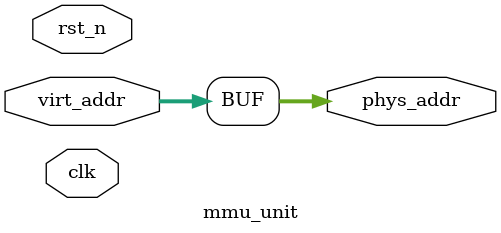
<source format=v>
module mmu_unit(
    input  wire        clk,
    input  wire        rst_n,
    input  wire [63:0] virt_addr,
    output wire [63:0] phys_addr
);
    assign phys_addr = virt_addr;
endmodule

</source>
